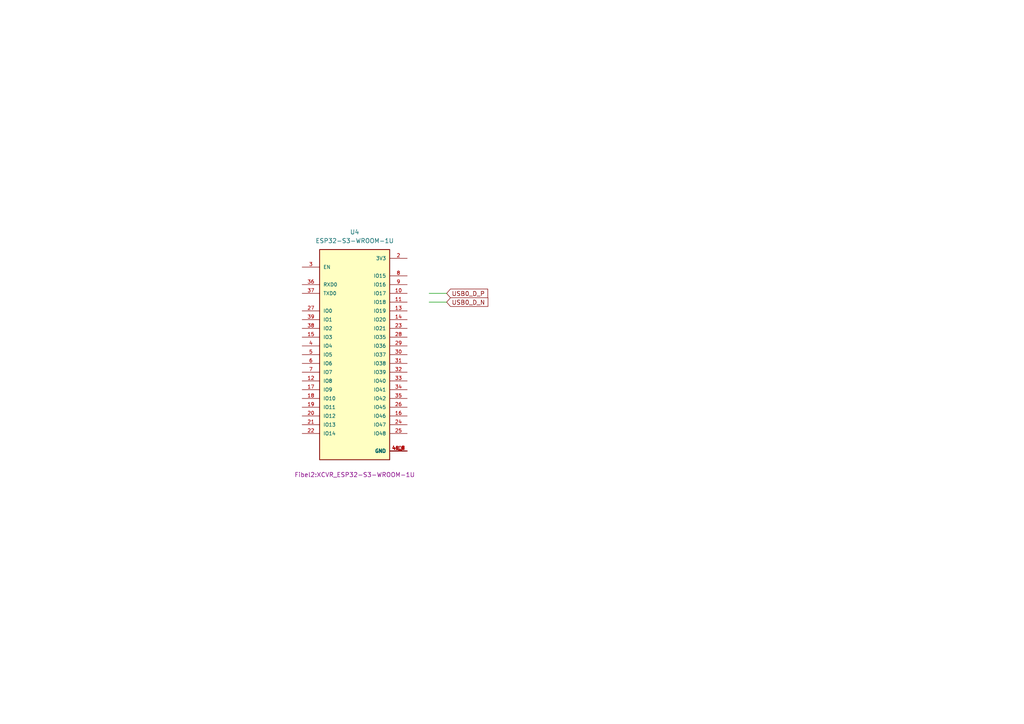
<source format=kicad_sch>
(kicad_sch (version 20231120) (generator "eeschema") (generator_version "8.0")
  (paper "A4")
  (lib_symbols
    (symbol "Fibel2:ESP32-S3-WROOM-1U" (pin_names (offset 1.016))
      (property "Reference" "U" (at -10.16 31.369 0))
      (property "Value" "ESP32-S3-WROOM-1U" (at -10.16 -33.02 0))
      (symbol "ESP32-S3-WROOM-1U_0_0"
        (rectangle (start -10.16 -30.48) (end 10.16 30.48) (stroke (width 0.254)) (fill (type background)))
        (pin power_in line (at 15.24 -27.94 180) (length 5.08) (name "GND") (number "1"))
        (pin bidirectional line (at 15.24 17.78 180) (length 5.08) (name "IO17") (number "10"))
        (pin bidirectional line (at 15.24 15.24 180) (length 5.08) (name "IO18") (number "11"))
        (pin bidirectional line (at -15.24 -7.62 0) (length 5.08) (name "IO8") (number "12"))
        (pin bidirectional line (at 15.24 12.7 180) (length 5.08) (name "IO19") (number "13"))
        (pin bidirectional line (at 15.24 10.16 180) (length 5.08) (name "IO20") (number "14"))
        (pin bidirectional line (at -15.24 5.08 0) (length 5.08) (name "IO3") (number "15"))
        (pin bidirectional line (at 15.24 -17.78 180) (length 5.08) (name "IO46") (number "16"))
        (pin bidirectional line (at -15.24 -10.16 0) (length 5.08) (name "IO9") (number "17"))
        (pin bidirectional line (at -15.24 -12.7 0) (length 5.08) (name "IO10") (number "18"))
        (pin bidirectional line (at -15.24 -15.24 0) (length 5.08) (name "IO11") (number "19"))
        (pin power_in line (at 15.24 27.94 180) (length 5.08) (name "3V3") (number "2"))
        (pin bidirectional line (at -15.24 -17.78 0) (length 5.08) (name "IO12") (number "20"))
        (pin bidirectional line (at -15.24 -20.32 0) (length 5.08) (name "IO13") (number "21"))
        (pin bidirectional line (at -15.24 -22.86 0) (length 5.08) (name "IO14") (number "22"))
        (pin bidirectional line (at 15.24 7.62 180) (length 5.08) (name "IO21") (number "23"))
        (pin bidirectional line (at 15.24 -20.32 180) (length 5.08) (name "IO47") (number "24"))
        (pin bidirectional line (at 15.24 -22.86 180) (length 5.08) (name "IO48") (number "25"))
        (pin bidirectional line (at 15.24 -15.24 180) (length 5.08) (name "IO45") (number "26"))
        (pin bidirectional line (at -15.24 12.7 0) (length 5.08) (name "IO0") (number "27"))
        (pin bidirectional line (at 15.24 5.08 180) (length 5.08) (name "IO35") (number "28"))
        (pin bidirectional line (at 15.24 2.54 180) (length 5.08) (name "IO36") (number "29"))
        (pin input line (at -15.24 25.4 0) (length 5.08) (name "EN") (number "3"))
        (pin bidirectional line (at 15.24 0 180) (length 5.08) (name "IO37") (number "30"))
        (pin bidirectional line (at 15.24 -2.54 180) (length 5.08) (name "IO38") (number "31"))
        (pin bidirectional line (at 15.24 -5.08 180) (length 5.08) (name "IO39") (number "32"))
        (pin bidirectional line (at 15.24 -7.62 180) (length 5.08) (name "IO40") (number "33"))
        (pin bidirectional line (at 15.24 -10.16 180) (length 5.08) (name "IO41") (number "34"))
        (pin bidirectional line (at 15.24 -12.7 180) (length 5.08) (name "IO42") (number "35"))
        (pin bidirectional line (at -15.24 20.32 0) (length 5.08) (name "RXD0") (number "36"))
        (pin bidirectional line (at -15.24 17.78 0) (length 5.08) (name "TXD0") (number "37"))
        (pin bidirectional line (at -15.24 7.62 0) (length 5.08) (name "IO2") (number "38"))
        (pin bidirectional line (at -15.24 10.16 0) (length 5.08) (name "IO1") (number "39"))
        (pin bidirectional line (at -15.24 2.54 0) (length 5.08) (name "IO4") (number "4"))
        (pin power_in line (at 15.24 -27.94 180) (length 5.08) (name "GND") (number "40"))
        (pin power_in line (at 15.24 -27.94 180) (length 5.08) (name "GND") (number "41_1"))
        (pin power_in line (at 15.24 -27.94 180) (length 5.08) (name "GND") (number "41_2"))
        (pin power_in line (at 15.24 -27.94 180) (length 5.08) (name "GND") (number "41_3"))
        (pin power_in line (at 15.24 -27.94 180) (length 5.08) (name "GND") (number "41_4"))
        (pin power_in line (at 15.24 -27.94 180) (length 5.08) (name "GND") (number "41_5"))
        (pin power_in line (at 15.24 -27.94 180) (length 5.08) (name "GND") (number "41_6"))
        (pin power_in line (at 15.24 -27.94 180) (length 5.08) (name "GND") (number "41_7"))
        (pin power_in line (at 15.24 -27.94 180) (length 5.08) (name "GND") (number "41_8"))
        (pin power_in line (at 15.24 -27.94 180) (length 5.08) (name "GND") (number "41_9"))
        (pin bidirectional line (at -15.24 0 0) (length 5.08) (name "IO5") (number "5"))
        (pin bidirectional line (at -15.24 -2.54 0) (length 5.08) (name "IO6") (number "6"))
        (pin bidirectional line (at -15.24 -5.08 0) (length 5.08) (name "IO7") (number "7"))
        (pin bidirectional line (at 15.24 22.86 180) (length 5.08) (name "IO15") (number "8"))
        (pin bidirectional line (at 15.24 20.32 180) (length 5.08) (name "IO16") (number "9"))
      )
    )
  )
  (wire (pts (xy 129.54 85.09) (xy 124.46 85.09)))
  (wire (pts (xy 129.54 87.63) (xy 124.46 87.63)))
  (global_label "USB0_D_N" (shape input) (at 129.54 87.63 0) (property "Intersheetrefs" "${INTERSHEET_REFS}" (effects (hide yes))))
  (global_label "USB0_D_P" (shape input) (at 129.54 85.09 0) (property "Intersheetrefs" "${INTERSHEET_REFS}" (effects (hide yes))))
  (symbol (lib_id "Fibel2:ESP32-S3-WROOM-1U") (at 102.87 102.87 0) (unit 1)
    (property "Reference" "U4" (at 102.87 67.31 0))
    (property "Value" "ESP32-S3-WROOM-1U" (at 102.87 69.85 0))
    (property "Footprint" "Fibel2:XCVR_ESP32-S3-WROOM-1U" (at 102.87 138.43 0) (effects (justify bottom)))
    (property "MP" "ESP32-S3-WROOM-1U" (effects (hide yes)))
  )
)
</source>
